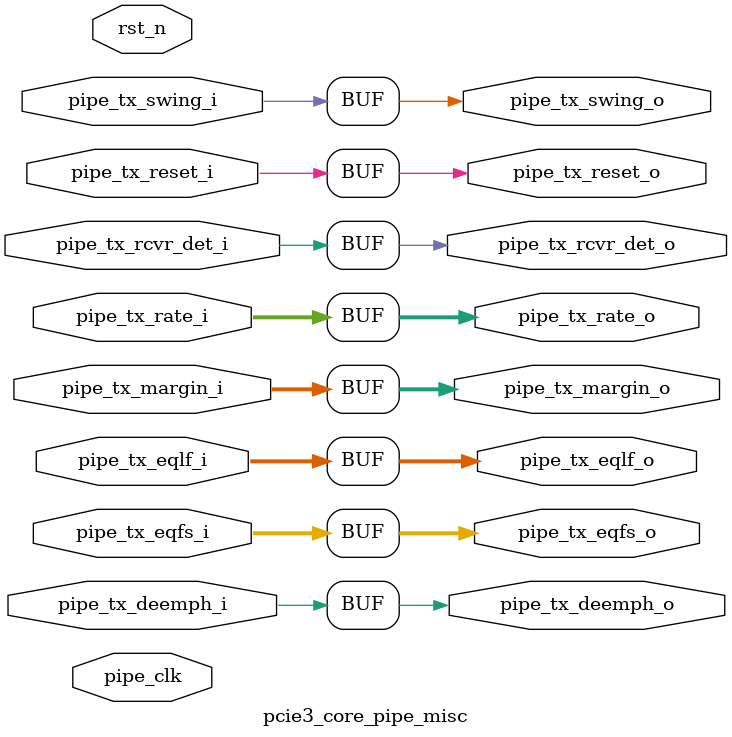
<source format=v>


`timescale 1ps/1ps

(* DowngradeIPIdentifiedWarnings = "yes" *)
module pcie3_core_pipe_misc 
 #(
  parameter TCQ = 100,
  parameter PIPE_PIPELINE_STAGES = 0
  ) (
  input  wire         pipe_tx_rcvr_det_i,
  input  wire         pipe_tx_reset_i,
  input  wire   [1:0] pipe_tx_rate_i,
  input  wire         pipe_tx_deemph_i,
  input  wire   [2:0] pipe_tx_margin_i,
  input  wire         pipe_tx_swing_i,
  input  wire   [5:0] pipe_tx_eqfs_i,
  input  wire   [5:0] pipe_tx_eqlf_i,
  output wire         pipe_tx_rcvr_det_o,
  output wire         pipe_tx_reset_o,
  output wire   [1:0] pipe_tx_rate_o,
  output wire         pipe_tx_deemph_o,
  output wire   [2:0] pipe_tx_margin_o,
  output wire         pipe_tx_swing_o,
  output wire   [5:0] pipe_tx_eqfs_o,
  output wire   [5:0] pipe_tx_eqlf_o,
  input  wire         pipe_clk,
  input  wire         rst_n
  );

  reg                 pipe_tx_rcvr_det_q;
  reg                 pipe_tx_reset_q;
  reg           [1:0] pipe_tx_rate_q;
  reg                 pipe_tx_deemph_q;
  reg           [2:0] pipe_tx_margin_q;
  reg                 pipe_tx_swing_q;
  reg           [5:0] pipe_tx_eqfs_q;
  reg           [5:0] pipe_tx_eqlf_q;
  reg                 pipe_tx_rcvr_det_qq;
  reg                 pipe_tx_reset_qq;
  reg           [1:0] pipe_tx_rate_qq;
  reg                 pipe_tx_deemph_qq;
  reg           [2:0] pipe_tx_margin_qq;
  reg                 pipe_tx_swing_qq;
  reg           [5:0] pipe_tx_eqfs_qq;
  reg           [5:0] pipe_tx_eqlf_qq;

  generate
    if (PIPE_PIPELINE_STAGES == 0)
    begin : pipe_stages_0
      assign pipe_tx_rcvr_det_o = pipe_tx_rcvr_det_i;
      assign pipe_tx_reset_o = pipe_tx_reset_i;
      assign pipe_tx_rate_o = pipe_tx_rate_i;
      assign pipe_tx_deemph_o = pipe_tx_deemph_i;
      assign pipe_tx_margin_o = pipe_tx_margin_i;
      assign pipe_tx_swing_o = pipe_tx_swing_i;
      assign pipe_tx_eqfs_o = pipe_tx_eqfs_i;
      assign pipe_tx_eqlf_o = pipe_tx_eqlf_i;
    end
    else if (PIPE_PIPELINE_STAGES == 1)
    begin : pipe_stages_1
      always @(posedge pipe_clk)
      begin
        if (!rst_n)
        begin
          pipe_tx_rcvr_det_q <= #TCQ 1'b0;
          pipe_tx_reset_q <= #TCQ 1'b1;
          pipe_tx_rate_q <= #TCQ 2'b0;
          pipe_tx_deemph_q <= #TCQ 1'b1;
          pipe_tx_margin_q <= #TCQ 3'b0;
          pipe_tx_swing_q <= #TCQ 1'b0;
          pipe_tx_eqfs_q <= #TCQ 5'b0;
          pipe_tx_eqlf_q <= #TCQ 5'b0;
        end
        else
        begin
          pipe_tx_rcvr_det_q <= #TCQ pipe_tx_rcvr_det_i;
          pipe_tx_reset_q <= #TCQ pipe_tx_reset_i;
          pipe_tx_rate_q <= #TCQ pipe_tx_rate_i;
          pipe_tx_deemph_q <= #TCQ pipe_tx_deemph_i;
          pipe_tx_margin_q <= #TCQ pipe_tx_margin_i;
          pipe_tx_swing_q <= #TCQ pipe_tx_swing_i;
          pipe_tx_eqfs_q <= #TCQ pipe_tx_eqfs_i;
          pipe_tx_eqlf_q <= #TCQ pipe_tx_eqlf_i;
        end
      end
      assign pipe_tx_rcvr_det_o = pipe_tx_rcvr_det_q;
      assign pipe_tx_reset_o = pipe_tx_reset_q;
      assign pipe_tx_rate_o = pipe_tx_rate_q;
      assign pipe_tx_deemph_o = pipe_tx_deemph_q;
      assign pipe_tx_margin_o = pipe_tx_margin_q;
      assign pipe_tx_swing_o = pipe_tx_swing_q;
      assign pipe_tx_eqfs_o = pipe_tx_eqfs_q;
      assign pipe_tx_eqlf_o = pipe_tx_eqlf_q;
    end
    else if (PIPE_PIPELINE_STAGES == 2)
    begin : pipe_stages_2
      always @(posedge pipe_clk)
      begin
        if (!rst_n)
        begin
          pipe_tx_rcvr_det_q <= #TCQ 1'b0;
          pipe_tx_reset_q <= #TCQ 1'b1;
          pipe_tx_rate_q <= #TCQ 2'b0;
          pipe_tx_deemph_q <= #TCQ 1'b1;
          pipe_tx_margin_q <= #TCQ 1'b0;
          pipe_tx_swing_q <= #TCQ 1'b0;
          pipe_tx_eqfs_q <= #TCQ 5'b0;
          pipe_tx_eqlf_q <= #TCQ 5'b0;
          pipe_tx_rcvr_det_qq <= #TCQ 1'b0;
          pipe_tx_reset_qq <= #TCQ 1'b1;
          pipe_tx_rate_qq <= #TCQ 2'b0;
          pipe_tx_deemph_qq <= #TCQ 1'b1;
          pipe_tx_margin_qq <= #TCQ 1'b0;
          pipe_tx_swing_qq <= #TCQ 1'b0;
          pipe_tx_eqfs_qq <= #TCQ 5'b0;
          pipe_tx_eqlf_qq <= #TCQ 5'b0;
        end
        else
        begin
          pipe_tx_rcvr_det_q <= #TCQ pipe_tx_rcvr_det_i;
          pipe_tx_reset_q <= #TCQ pipe_tx_reset_i;
          pipe_tx_rate_q <= #TCQ pipe_tx_rate_i;
          pipe_tx_deemph_q <= #TCQ pipe_tx_deemph_i;
          pipe_tx_margin_q <= #TCQ pipe_tx_margin_i;
          pipe_tx_swing_q <= #TCQ pipe_tx_swing_i;
          pipe_tx_eqfs_q <= #TCQ pipe_tx_eqfs_i;
          pipe_tx_eqlf_q <= #TCQ pipe_tx_eqlf_i;
          pipe_tx_rcvr_det_qq <= #TCQ pipe_tx_rcvr_det_q;
          pipe_tx_reset_qq <= #TCQ pipe_tx_reset_q;
          pipe_tx_rate_qq <= #TCQ pipe_tx_rate_q;
          pipe_tx_deemph_qq <= #TCQ pipe_tx_deemph_q;
          pipe_tx_margin_qq <= #TCQ pipe_tx_margin_q;
          pipe_tx_swing_qq <= #TCQ pipe_tx_swing_q;
          pipe_tx_eqfs_qq <= #TCQ pipe_tx_eqfs_q;
          pipe_tx_eqlf_qq <= #TCQ pipe_tx_eqlf_q;
        end
      end
      assign pipe_tx_rcvr_det_o = pipe_tx_rcvr_det_qq;
      assign pipe_tx_reset_o = pipe_tx_reset_qq;
      assign pipe_tx_rate_o = pipe_tx_rate_qq;
      assign pipe_tx_deemph_o = pipe_tx_deemph_qq;
      assign pipe_tx_margin_o = pipe_tx_margin_qq;
      assign pipe_tx_swing_o = pipe_tx_swing_qq;
      assign pipe_tx_eqfs_o = pipe_tx_eqfs_qq;
      assign pipe_tx_eqlf_o = pipe_tx_eqlf_qq;
    end
    else
    begin
      assign pipe_tx_rcvr_det_o = pipe_tx_rcvr_det_i;
      assign pipe_tx_reset_o = pipe_tx_reset_i;
      assign pipe_tx_rate_o = pipe_tx_rate_i;
      assign pipe_tx_deemph_o = pipe_tx_deemph_i;
      assign pipe_tx_margin_o = pipe_tx_margin_i;
      assign pipe_tx_swing_o = pipe_tx_swing_i;
      assign pipe_tx_eqfs_o = pipe_tx_eqfs_i;
      assign pipe_tx_eqlf_o = pipe_tx_eqlf_i;
    end
  endgenerate

endmodule

</source>
